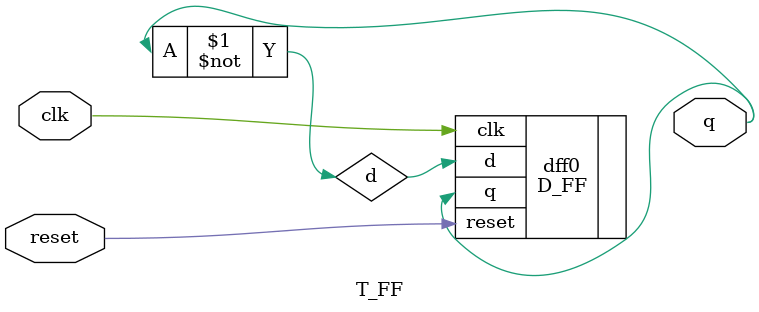
<source format=v>
module T_FF(q, clk, reset);     //Declarations to be explained later
    output  q;
    input   clk;
    input   reset;

    wire d;

    D_FF dff0  // Instantiate D_FF. Call it dff0.
    (
      .q    (q    ),
      .d    (d    ),
      .clk  (clk  ),
      .reset(reset)
    );

    not n1(d, q); // not gate is a Verilog primitive. Explained later.

endmodule







</source>
